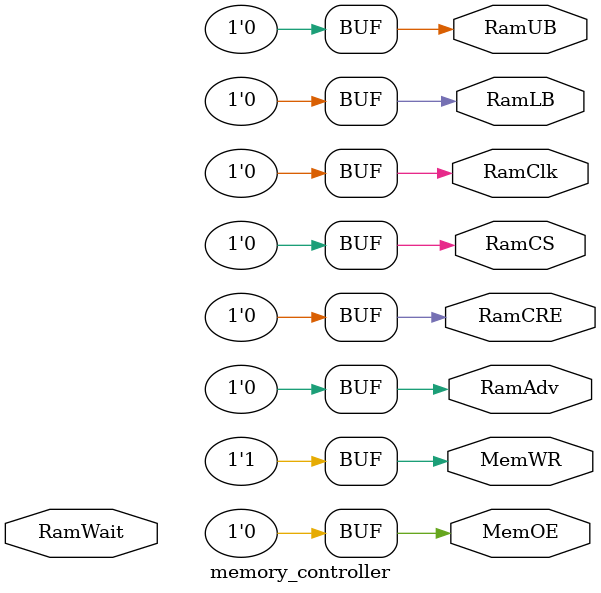
<source format=v>
`timescale 1ns / 1ps
`default_nettype none
module memory_controller(
        output wire MemOE,
        output wire MemWR,
        output wire RamAdv,
        output wire RamCS,
        output wire RamClk,
        output wire RamCRE,
        output wire RamLB,
        output wire RamUB,
        input wire RamWait/*,
        output wire [25:0] MemAdr,
        inout wire [15:0] MemDB*/
    );
    //
    // Think I always want these:
    assign RamCS = 0;
    assign RamCRE = 0;

    // think these are only for asynchronous mode:
    assign RamClk = 0;
    assign RamAdv = 0;

    assign MemWR = 1;
    assign RamLB = 0;
    assign RamUB = 0;
    assign MemOE = !MemWR;
endmodule


</source>
